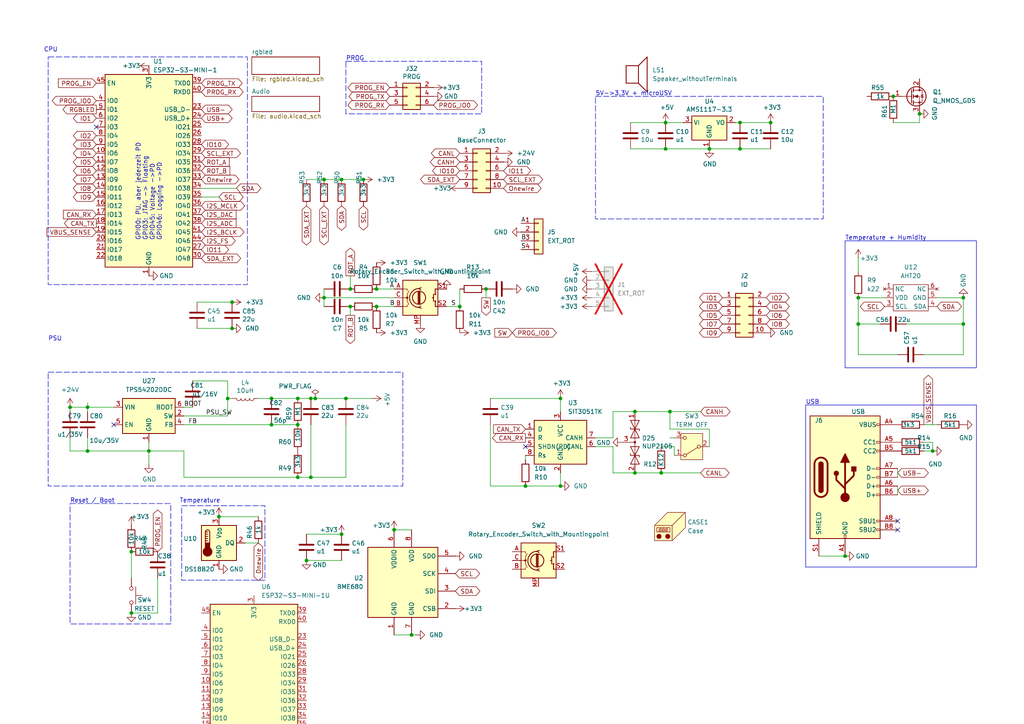
<source format=kicad_sch>
(kicad_sch (version 20250114) (generator "eeschema") (generator_version "9.0")
  (paper "A4")
  (rectangle (start 172.72 27.94) (end 238.76 63.5) (stroke (width 0) (type dash)))
  (rectangle (start 53.975 146.685) (end 53.975 146.685))
  (rectangle (start 13.97 16.51) (end 71.755 82.55) (stroke (width 0) (type dash)))
  (rectangle (start 20.32 146.05) (end 49.53 180.975) (stroke (width 0) (type dash)))
  (rectangle (start 52.705 146.685) (end 76.835 168.275) (stroke (width 0) (type dash)))
  (rectangle (start 13.97 107.95) (end 116.84 140.97) (stroke (width 0) (type dash)))
  (rectangle (start 245.11 69.85) (end 283.21 106.68))
  (rectangle (start 100.33 17.78) (end 139.7 33.02) (stroke (width 0) (type dash)))
  (text "Temperature" (at 52.07 146.05 0) (effects (font (size 1.27 1.27)) (justify left bottom)))
  (text "Reset / Boot" (at 20.32 146.05 0) (effects (font (size 1.27 1.27)) (justify left bottom)))
  (text "Temperature + Humidity" (at 245.11 69.85 0) (effects (font (size 1.27 1.27)) (justify left bottom)))
  (text "USB" (at 233.68 117.475 0) (effects (font (size 1.27 1.27)) (justify left bottom)))
  (text "5V->3,3V + microUSV" (at 172.72 27.94 0) (effects (font (size 1.27 1.27)) (justify left bottom)))
  (text "CPU" (at 12.7 15.24 0) (effects (font (size 1.27 1.27)) (justify left bottom)))
  (text "PSU" (at 83.82 -2.54 0) (effects (font (size 1.27 1.27)) (justify left bottom)))
  (text "PSU" (at 13.97 99.06 0) (effects (font (size 1.27 1.27)) (justify left bottom)))
  (text "GPIO0: PU, aber jederzeit PD\nGPIO3: JTAG -> Floating\nGPIO45: Voltage ->PD\nGPIO46: Logging ->PD" (at 46.99 69.85 90) (effects (font (size 1.27 1.27)) (justify left bottom)))
  (text "PROG" (at 100.33 17.78 0) (effects (font (size 1.27 1.27)) (justify left bottom)))
  (junction (at 38.1 160.02))
  (junction (at 214.63 43.18))
  (junction (at 100.33 115.57))
  (junction (at 91.44 115.57))
  (junction (at 214.63 35.56))
  (junction (at 78.74 115.57))
  (junction (at 109.22 88.9))
  (junction (at 109.22 83.82))
  (junction (at 25.4 118.11))
  (junction (at 93.98 86.36))
  (junction (at 67.31 95.25))
  (junction (at 248.92 93.98))
  (junction (at 133.35 88.9))
  (junction (at 25.4 130.81))
  (junction (at 86.36 123.19))
  (junction (at 38.1 177.8))
  (junction (at 248.92 86.36))
  (junction (at 245.11 161.29))
  (junction (at 101.6 83.82))
  (junction (at 99.06 154.94))
  (junction (at 99.06 52.07))
  (junction (at 140.97 83.82))
  (junction (at 119.38 184.15))
  (junction (at 67.31 87.63))
  (junction (at 162.56 140.97))
  (junction (at 193.04 35.56))
  (junction (at 88.9 162.56))
  (junction (at 194.31 119.38))
  (junction (at 184.15 119.38))
  (junction (at 259.08 27.94))
  (junction (at 78.74 123.19))
  (junction (at 20.32 118.11))
  (junction (at 279.4 86.36))
  (junction (at 66.04 115.57))
  (junction (at 93.98 52.07))
  (junction (at 162.56 115.57))
  (junction (at 105.41 52.07))
  (junction (at 184.15 137.16))
  (junction (at 101.6 88.9))
  (junction (at 152.4 140.97))
  (junction (at 63.5 149.86))
  (junction (at 43.18 130.81))
  (junction (at 279.4 93.98))
  (junction (at 114.3 153.67))
  (junction (at 86.36 138.43))
  (junction (at 266.7 33.02))
  (junction (at 193.04 43.18))
  (junction (at 191.77 137.16))
  (junction (at 90.17 115.57))
  (junction (at 270.51 130.81))
  (junction (at 205.74 43.18))
  (junction (at 86.36 115.57))
  (junction (at 223.52 35.56))
  (junction (at 90.17 138.43))
  (no_connect (at 260.35 153.67))
  (no_connect (at 27.94 36.83))
  (no_connect (at 260.35 151.13))
  (no_connect (at 152.4 129.54))
  (no_connect (at 33.02 123.19))
  (wire (pts (xy 114.3 153.67) (xy 119.38 153.67)))
  (wire (pts (xy 25.4 118.11) (xy 25.4 116.84)))
  (wire (pts (xy 262.89 93.98) (xy 279.4 93.98)))
  (wire (pts (xy 107.95 115.57) (xy 100.33 115.57)))
  (wire (pts (xy 194.31 127) (xy 195.58 127)))
  (wire (pts (xy 78.74 123.19) (xy 86.36 123.19)))
  (wire (pts (xy 205.74 129.54) (xy 205.74 124.46)))
  (wire (pts (xy 109.22 83.82) (xy 114.3 83.82)))
  (wire (pts (xy 90.17 123.19) (xy 90.17 138.43)))
  (wire (pts (xy 93.98 86.36) (xy 114.3 86.36)))
  (wire (pts (xy 100.33 123.19) (xy 100.33 138.43)))
  (wire (pts (xy 172.72 129.54) (xy 177.8 129.54)))
  (wire (pts (xy 142.24 123.19) (xy 142.24 140.97)))
  (wire (pts (xy 195.58 129.54) (xy 191.77 129.54)))
  (wire (pts (xy 142.24 140.97) (xy 152.4 140.97)))
  (polyline (pts (xy 283.21 164.465) (xy 233.68 164.465)))
  (wire (pts (xy 20.32 118.11) (xy 25.4 118.11)))
  (wire (pts (xy 184.15 119.38) (xy 194.31 119.38)))
  (wire (pts (xy 25.4 119.38) (xy 25.4 118.11)))
  (wire (pts (xy 259.08 35.56) (xy 266.7 35.56)))
  (polyline (pts (xy 283.21 117.475) (xy 283.21 164.465)))
  (wire (pts (xy 53.34 120.65) (xy 66.04 120.65)))
  (wire (pts (xy 58.42 54.61) (xy 68.58 54.61)))
  (wire (pts (xy 237.49 161.29) (xy 245.11 161.29)))
  (wire (pts (xy 86.36 138.43) (xy 53.34 138.43)))
  (wire (pts (xy 184.15 137.16) (xy 191.77 137.16)))
  (wire (pts (xy 57.15 95.25) (xy 67.31 95.25)))
  (wire (pts (xy 88.9 52.07) (xy 93.98 52.07)))
  (wire (pts (xy 20.32 119.38) (xy 20.32 118.11)))
  (wire (pts (xy 279.4 93.98) (xy 279.4 102.87)))
  (wire (pts (xy 25.4 127) (xy 25.4 130.81)))
  (wire (pts (xy 193.04 43.18) (xy 205.74 43.18)))
  (wire (pts (xy 172.72 127) (xy 177.8 127)))
  (wire (pts (xy 177.8 119.38) (xy 177.8 127)))
  (wire (pts (xy 101.6 80.01) (xy 101.6 83.82)))
  (wire (pts (xy 267.97 102.87) (xy 279.4 102.87)))
  (wire (pts (xy 248.92 74.93) (xy 248.92 78.74)))
  (wire (pts (xy 58.42 57.15) (xy 63.5 57.15)))
  (wire (pts (xy 55.88 118.11) (xy 53.34 118.11)))
  (wire (pts (xy 140.97 83.82) (xy 140.97 86.36)))
  (wire (pts (xy 45.72 177.8) (xy 45.72 167.64)))
  (wire (pts (xy 114.3 184.15) (xy 119.38 184.15)))
  (wire (pts (xy 191.77 137.16) (xy 203.2 137.16)))
  (wire (pts (xy 66.04 110.49) (xy 66.04 115.57)))
  (wire (pts (xy 78.74 115.57) (xy 86.36 115.57)))
  (wire (pts (xy 93.98 86.36) (xy 93.98 88.9)))
  (wire (pts (xy 270.51 128.27) (xy 270.51 130.81)))
  (wire (pts (xy 142.24 115.57) (xy 162.56 115.57)))
  (wire (pts (xy 91.44 115.57) (xy 100.33 115.57)))
  (wire (pts (xy 194.31 119.38) (xy 203.2 119.38)))
  (wire (pts (xy 20.32 130.81) (xy 25.4 130.81)))
  (wire (pts (xy 195.58 132.08) (xy 195.58 129.54)))
  (polyline (pts (xy 233.68 117.475) (xy 283.21 117.475)))
  (wire (pts (xy 101.6 88.9) (xy 101.6 91.44)))
  (wire (pts (xy 198.12 35.56) (xy 193.04 35.56)))
  (wire (pts (xy 182.88 43.18) (xy 193.04 43.18)))
  (wire (pts (xy 177.8 137.16) (xy 184.15 137.16)))
  (wire (pts (xy 133.35 83.82) (xy 133.35 88.9)))
  (wire (pts (xy 93.98 83.82) (xy 93.98 86.36)))
  (wire (pts (xy 71.12 157.48) (xy 74.93 157.48)))
  (wire (pts (xy 66.04 115.57) (xy 66.04 120.65)))
  (wire (pts (xy 279.4 86.36) (xy 279.4 93.98)))
  (wire (pts (xy 271.78 86.36) (xy 279.4 86.36)))
  (wire (pts (xy 184.15 119.38) (xy 177.8 119.38)))
  (wire (pts (xy 214.63 43.18) (xy 223.52 43.18)))
  (wire (pts (xy 53.34 138.43) (xy 53.34 130.81)))
  (wire (pts (xy 270.51 130.81) (xy 267.97 130.81)))
  (wire (pts (xy 177.8 129.54) (xy 177.8 137.16)))
  (wire (pts (xy 194.31 124.46) (xy 194.31 119.38)))
  (wire (pts (xy 74.93 115.57) (xy 78.74 115.57)))
  (wire (pts (xy 86.36 115.57) (xy 90.17 115.57)))
  (wire (pts (xy 205.74 43.18) (xy 214.63 43.18)))
  (wire (pts (xy 248.92 93.98) (xy 248.92 102.87)))
  (wire (pts (xy 267.97 123.19) (xy 271.78 123.19)))
  (wire (pts (xy 88.9 162.56) (xy 99.06 162.56)))
  (wire (pts (xy 267.97 128.27) (xy 270.51 128.27)))
  (wire (pts (xy 93.98 52.07) (xy 99.06 52.07)))
  (wire (pts (xy 266.7 35.56) (xy 266.7 33.02)))
  (wire (pts (xy 162.56 115.57) (xy 162.56 119.38)))
  (wire (pts (xy 90.17 115.57) (xy 91.44 115.57)))
  (wire (pts (xy 109.22 88.9) (xy 114.3 88.9)))
  (wire (pts (xy 152.4 140.97) (xy 162.56 140.97)))
  (wire (pts (xy 260.35 135.89) (xy 260.35 138.43)))
  (wire (pts (xy 25.4 130.81) (xy 43.18 130.81)))
  (wire (pts (xy 67.31 115.57) (xy 66.04 115.57)))
  (wire (pts (xy 100.33 138.43) (xy 90.17 138.43)))
  (wire (pts (xy 129.54 88.9) (xy 133.35 88.9)))
  (wire (pts (xy 53.34 130.81) (xy 43.18 130.81)))
  (wire (pts (xy 213.36 35.56) (xy 214.63 35.56)))
  (wire (pts (xy 20.32 127) (xy 20.32 130.81)))
  (wire (pts (xy 248.92 86.36) (xy 248.92 93.98)))
  (polyline (pts (xy 233.68 117.475) (xy 233.68 164.465)))
  (wire (pts (xy 119.38 184.15) (xy 120.65 184.15)))
  (wire (pts (xy 88.9 154.94) (xy 99.06 154.94)))
  (wire (pts (xy 182.88 35.56) (xy 193.04 35.56)))
  (wire (pts (xy 248.92 102.87) (xy 260.35 102.87)))
  (wire (pts (xy 205.74 124.46) (xy 194.31 124.46)))
  (wire (pts (xy 152.4 132.08) (xy 152.4 133.35)))
  (wire (pts (xy 99.06 52.07) (xy 105.41 52.07)))
  (wire (pts (xy 214.63 35.56) (xy 223.52 35.56)))
  (wire (pts (xy 25.4 118.11) (xy 33.02 118.11)))
  (wire (pts (xy 43.18 130.81) (xy 43.18 134.62)))
  (wire (pts (xy 38.1 160.02) (xy 38.1 167.64)))
  (wire (pts (xy 38.1 177.8) (xy 45.72 177.8)))
  (wire (pts (xy 86.36 138.43) (xy 90.17 138.43)))
  (wire (pts (xy 53.34 123.19) (xy 78.74 123.19)))
  (wire (pts (xy 162.56 140.97) (xy 162.56 137.16)))
  (wire (pts (xy 63.5 149.86) (xy 74.93 149.86)))
  (wire (pts (xy 55.88 110.49) (xy 66.04 110.49)))
  (wire (pts (xy 256.54 86.36) (xy 248.92 86.36)))
  (wire (pts (xy 248.92 93.98) (xy 255.27 93.98)))
  (wire (pts (xy 260.35 140.97) (xy 260.35 143.51)))
  (wire (pts (xy 43.18 130.81) (xy 43.18 128.27)))
  (wire (pts (xy 57.15 87.63) (xy 67.31 87.63)))
  (label "S" (at 130.81 88.9 0))
  (label "A" (at 113.03 83.82 0))
  (label "B" (at 113.03 88.9 0))
  (label "A" (at 151.13 64.77 0))
  (label "B" (at 151.13 69.85 0))
  (label "FB" (at 54.61 123.19 0))
  (label "S" (at 151.13 72.39 0))
  (label "PSU_SW" (at 59.69 120.65 0))
  (label "BOOT" (at 53.34 118.11 0))
  (global_label "PROG_IO0" (shape bidirectional) (at 27.94 29.21 180) (property "Intersheetrefs" "${INTERSHEET_REFS}" (effects (hide yes))))
  (global_label "SDA_EXT" (shape bidirectional) (at 88.9 59.69 270) (property "Intersheetrefs" "${INTERSHEET_REFS}" (effects (hide yes))))
  (global_label "SCL" (shape bidirectional) (at 105.41 59.69 270) (property "Intersheetrefs" "${INTERSHEET_REFS}" (effects (hide yes))))
  (global_label "Onewire" (shape bidirectional) (at 146.05 54.61 0) (property "Intersheetrefs" "${INTERSHEET_REFS}" (effects (hide yes))))
  (global_label "IO9" (shape bidirectional) (at 209.55 96.52 180) (property "Intersheetrefs" "${INTERSHEET_REFS}" (effects (hide yes))))
  (global_label "IO7" (shape bidirectional) (at 27.94 52.07 180) (property "Intersheetrefs" "${INTERSHEET_REFS}" (effects (hide yes))))
  (global_label "PROG_EN" (shape bidirectional) (at 45.72 160.02 90) (property "Intersheetrefs" "${INTERSHEET_REFS}" (effects (hide yes))))
  (global_label "SW" (shape output) (at 140.97 86.36 270) (property "Intersheetrefs" "${INTERSHEET_REFS}" (effects (hide yes))))
  (global_label "CAN_RX" (shape output) (at 152.4 127 180) (property "Intersheetrefs" "${INTERSHEET_REFS}" (effects (hide yes))))
  (global_label "USB+" (shape bidirectional) (at 260.35 142.24 0) (property "Intersheetrefs" "${INTERSHEET_REFS}" (effects (hide yes))))
  (global_label "PROG_IO0" (shape bidirectional) (at 148.59 96.52 0) (property "Intersheetrefs" "${INTERSHEET_REFS}" (effects (hide yes))))
  (global_label "IO1" (shape bidirectional) (at 27.94 34.29 180) (property "Intersheetrefs" "${INTERSHEET_REFS}" (effects (hide yes))))
  (global_label "IO11" (shape bidirectional) (at 58.42 72.39 0) (property "Intersheetrefs" "${INTERSHEET_REFS}" (effects (hide yes))))
  (global_label "IO5" (shape bidirectional) (at 209.55 91.44 180) (property "Intersheetrefs" "${INTERSHEET_REFS}" (effects (hide yes))))
  (global_label "ROT_A" (shape output) (at 101.6 80.01 90) (property "Intersheetrefs" "${INTERSHEET_REFS}" (effects (hide yes))))
  (global_label "IO10" (shape bidirectional) (at 58.42 41.91 0) (property "Intersheetrefs" "${INTERSHEET_REFS}" (effects (hide yes))))
  (global_label "SW" (shape input) (at 148.59 96.52 180) (property "Intersheetrefs" "${INTERSHEET_REFS}" (effects (hide yes))))
  (global_label "CAN_TX" (shape output) (at 27.94 64.77 180) (property "Intersheetrefs" "${INTERSHEET_REFS}" (effects (hide yes))))
  (global_label "CAN_TX" (shape input) (at 152.4 124.46 180) (property "Intersheetrefs" "${INTERSHEET_REFS}" (effects (hide yes))))
  (global_label "PROG_TX" (shape bidirectional) (at 113.03 27.94 180) (property "Intersheetrefs" "${INTERSHEET_REFS}" (effects (hide yes))))
  (global_label "CANL" (shape bidirectional) (at 133.35 44.45 180) (property "Intersheetrefs" "${INTERSHEET_REFS}" (effects (hide yes))))
  (global_label "I2S_BCLK" (shape bidirectional) (at 58.42 67.31 0) (property "Intersheetrefs" "${INTERSHEET_REFS}" (effects (hide yes))))
  (global_label "IO3" (shape bidirectional) (at 27.94 41.91 180) (property "Intersheetrefs" "${INTERSHEET_REFS}" (effects (hide yes))))
  (global_label "SCL" (shape bidirectional) (at 63.5 57.15 0) (property "Intersheetrefs" "${INTERSHEET_REFS}" (effects (hide yes))))
  (global_label "PROG_RX" (shape bidirectional) (at 58.42 26.67 0) (property "Intersheetrefs" "${INTERSHEET_REFS}" (effects (hide yes))))
  (global_label "CANL" (shape bidirectional) (at 203.2 137.16 0) (property "Intersheetrefs" "${INTERSHEET_REFS}" (effects (hide yes))))
  (global_label "IO2" (shape bidirectional) (at 222.25 86.36 0) (property "Intersheetrefs" "${INTERSHEET_REFS}" (effects (hide yes))))
  (global_label "USB+" (shape bidirectional) (at 58.42 34.29 0) (property "Intersheetrefs" "${INTERSHEET_REFS}" (effects (hide yes))))
  (global_label "ROT_B" (shape input) (at 58.42 49.53 0) (property "Intersheetrefs" "${INTERSHEET_REFS}" (effects (hide yes))))
  (global_label "SDA_EXT" (shape bidirectional) (at 58.42 74.93 0) (property "Intersheetrefs" "${INTERSHEET_REFS}" (effects (hide yes))))
  (global_label "IO10" (shape bidirectional) (at 133.35 49.53 180) (property "Intersheetrefs" "${INTERSHEET_REFS}" (effects (hide yes))))
  (global_label "I2S_MCLK" (shape bidirectional) (at 58.42 59.69 0) (property "Intersheetrefs" "${INTERSHEET_REFS}" (effects (hide yes))))
  (global_label "SCL_EXT" (shape bidirectional) (at 146.05 52.07 0) (property "Intersheetrefs" "${INTERSHEET_REFS}" (effects (hide yes))))
  (global_label "CANH" (shape bidirectional) (at 133.35 46.99 180) (property "Intersheetrefs" "${INTERSHEET_REFS}" (effects (hide yes))))
  (global_label "ROT_B" (shape output) (at 101.6 91.44 270) (property "Intersheetrefs" "${INTERSHEET_REFS}" (effects (hide yes))))
  (global_label "USB-" (shape bidirectional) (at 260.35 137.16 0) (property "Intersheetrefs" "${INTERSHEET_REFS}" (effects (hide yes))))
  (global_label "PROG_IO0" (shape bidirectional) (at 125.73 30.48 0) (property "Intersheetrefs" "${INTERSHEET_REFS}" (effects (hide yes))))
  (global_label "IO8" (shape bidirectional) (at 222.25 93.98 0) (property "Intersheetrefs" "${INTERSHEET_REFS}" (effects (hide yes))))
  (global_label "IO6" (shape bidirectional) (at 27.94 49.53 180) (property "Intersheetrefs" "${INTERSHEET_REFS}" (effects (hide yes))))
  (global_label "VBUS_SENSE" (shape input) (at 27.94 67.31 180) (property "Intersheetrefs" "${INTERSHEET_REFS}" (effects (hide yes))))
  (global_label "SDA" (shape bidirectional) (at 132.08 171.45 0) (property "Intersheetrefs" "${INTERSHEET_REFS}" (effects (hide yes))))
  (global_label "SCL" (shape bidirectional) (at 132.08 166.37 0) (property "Intersheetrefs" "${INTERSHEET_REFS}" (effects (hide yes))))
  (global_label "SCL_EXT" (shape bidirectional) (at 58.42 44.45 0) (property "Intersheetrefs" "${INTERSHEET_REFS}" (effects (hide yes))))
  (global_label "CANH" (shape bidirectional) (at 203.2 119.38 0) (property "Intersheetrefs" "${INTERSHEET_REFS}" (effects (hide yes))))
  (global_label "IO2" (shape bidirectional) (at 27.94 39.37 180) (property "Intersheetrefs" "${INTERSHEET_REFS}" (effects (hide yes))))
  (global_label "CAN_RX" (shape input) (at 27.94 62.23 180) (property "Intersheetrefs" "${INTERSHEET_REFS}" (effects (hide yes))))
  (global_label "I2S_ADC" (shape input) (at 58.42 64.77 0) (property "Intersheetrefs" "${INTERSHEET_REFS}" (effects (hide yes))))
  (global_label "SDA" (shape bidirectional) (at 271.78 88.9 0) (property "Intersheetrefs" "${INTERSHEET_REFS}" (effects (hide yes))))
  (global_label "SCL_EXT" (shape bidirectional) (at 93.98 59.69 270) (property "Intersheetrefs" "${INTERSHEET_REFS}" (effects (hide yes))))
  (global_label "Onewire" (shape bidirectional) (at 74.93 157.48 270) (property "Intersheetrefs" "${INTERSHEET_REFS}" (effects (hide yes))))
  (global_label "VBUS_SENSE" (shape output) (at 269.24 123.19 90) (property "Intersheetrefs" "${INTERSHEET_REFS}" (effects (hide yes))))
  (global_label "SDA_EXT" (shape bidirectional) (at 133.35 52.07 180) (property "Intersheetrefs" "${INTERSHEET_REFS}" (effects (hide yes))))
  (global_label "IO8" (shape bidirectional) (at 27.94 54.61 180) (property "Intersheetrefs" "${INTERSHEET_REFS}" (effects (hide yes))))
  (global_label "PROG_RX" (shape bidirectional) (at 113.03 30.48 180) (property "Intersheetrefs" "${INTERSHEET_REFS}" (effects (hide yes))))
  (global_label "IO4" (shape bidirectional) (at 27.94 44.45 180) (property "Intersheetrefs" "${INTERSHEET_REFS}" (effects (hide yes))))
  (global_label "IO3" (shape bidirectional) (at 209.55 88.9 180) (property "Intersheetrefs" "${INTERSHEET_REFS}" (effects (hide yes))))
  (global_label "PROG_EN" (shape bidirectional) (at 113.03 25.4 180) (property "Intersheetrefs" "${INTERSHEET_REFS}" (effects (hide yes))))
  (global_label "PROG_TX" (shape bidirectional) (at 58.42 24.13 0) (property "Intersheetrefs" "${INTERSHEET_REFS}" (effects (hide yes))))
  (global_label "RGBLED" (shape output) (at 27.94 31.75 180) (property "Intersheetrefs" "${INTERSHEET_REFS}" (effects (hide yes))))
  (global_label "PROG_EN" (shape input) (at 27.94 24.13 180) (property "Intersheetrefs" "${INTERSHEET_REFS}" (effects (hide yes))))
  (global_label "I2S_DAC" (shape input) (at 58.42 62.23 0) (property "Intersheetrefs" "${INTERSHEET_REFS}" (effects (hide yes))))
  (global_label "USB-" (shape bidirectional) (at 58.42 31.75 0) (property "Intersheetrefs" "${INTERSHEET_REFS}" (effects (hide yes))))
  (global_label "IO5" (shape bidirectional) (at 27.94 46.99 180) (property "Intersheetrefs" "${INTERSHEET_REFS}" (effects (hide yes))))
  (global_label "SDA" (shape bidirectional) (at 99.06 59.69 270) (property "Intersheetrefs" "${INTERSHEET_REFS}" (effects (hide yes))))
  (global_label "IO11" (shape bidirectional) (at 146.05 49.53 0) (property "Intersheetrefs" "${INTERSHEET_REFS}" (effects (hide yes))))
  (global_label "IO4" (shape bidirectional) (at 222.25 88.9 0) (property "Intersheetrefs" "${INTERSHEET_REFS}" (effects (hide yes))))
  (global_label "SCL" (shape bidirectional) (at 256.54 88.9 180) (property "Intersheetrefs" "${INTERSHEET_REFS}" (effects (hide yes))))
  (global_label "IO9" (shape bidirectional) (at 27.94 57.15 180) (property "Intersheetrefs" "${INTERSHEET_REFS}" (effects (hide yes))))
  (global_label "ROT_A" (shape input) (at 58.42 46.99 0) (property "Intersheetrefs" "${INTERSHEET_REFS}" (effects (hide yes))))
  (global_label "IO6" (shape bidirectional) (at 222.25 91.44 0) (property "Intersheetrefs" "${INTERSHEET_REFS}" (effects (hide yes))))
  (global_label "Onewire" (shape bidirectional) (at 58.42 52.07 0) (property "Intersheetrefs" "${INTERSHEET_REFS}" (effects (hide yes))))
  (global_label "IO1" (shape bidirectional) (at 209.55 86.36 180) (property "Intersheetrefs" "${INTERSHEET_REFS}" (effects (hide yes))))
  (global_label "SDA" (shape bidirectional) (at 68.58 54.61 0) (property "Intersheetrefs" "${INTERSHEET_REFS}" (effects (hide yes))))
  (global_label "IO7" (shape bidirectional) (at 209.55 93.98 180) (property "Intersheetrefs" "${INTERSHEET_REFS}" (effects (hide yes))))
  (global_label "I2S_FS" (shape bidirectional) (at 58.42 69.85 0) (property "Intersheetrefs" "${INTERSHEET_REFS}" (effects (hide yes))))
  (symbol (lib_id "power:+3V3") (at 223.52 35.56 0) (unit 1)
    (property "Reference" "#PWR014" (effects (hide yes)))
    (property "Value" "+3V3" (at 223.901 31.1658 0))
    (property "Description" "Power symbol creates a global label with name \"+3V3\"" (effects (hide yes)))
  )
  (symbol (lib_id "power:GND") (at 205.74 43.18 0) (unit 1)
    (property "Reference" "#PWR013" (effects (hide yes)))
    (property "Value" "GND" (at 205.867 47.5742 0))
    (property "Description" "Power symbol creates a global label with name \"GND\" , ground" (effects (hide yes)))
  )
  (symbol (lib_id "power:+5V") (at 193.04 35.56 0) (unit 1)
    (property "Reference" "#PWR012" (effects (hide yes)))
    (property "Value" "+5V" (at 193.421 31.1658 0))
    (property "Description" "Power symbol creates a global label with name \"+5V\"" (effects (hide yes)))
  )
  (symbol (lib_id "Regulator_Linear:AMS1117-3.3") (at 205.74 35.56 0) (unit 1)
    (property "Reference" "U4" (at 205.74 29.4132 0))
    (property "Value" "AMS1117-3.3" (at 205.74 31.7246 0))
    (property "Footprint" "Package_TO_SOT_SMD:SOT-223-3_TabPin2" (effects (hide yes)))
    (property "Datasheet" "http://www.advanced-monolithic.com/pdf/ds1117.pdf" (effects (hide yes)))
    (property "Description" "1A Low Dropout regulator, positive, 3.3V fixed output, SOT-223" (effects (hide yes)))
  )
  (symbol (lib_id "Switch:SW_Push") (at 38.1 172.72 270) (unit 1)
    (property "Reference" "SW4" (at 41.91 173.99 90))
    (property "Value" "RESET" (at 41.91 176.53 90))
    (property "Footprint" "liebler_MECH:SW_SPST_TL3342_smaller_handsolder" (effects (hide yes)))
  )
  (symbol (lib_id "power:+5V") (at 107.95 115.57 270) (unit 1)
    (property "Reference" "#PWR021" (effects (hide yes)))
    (property "Value" "+5V" (at 112.3442 115.951 0))
    (property "Description" "Power symbol creates a global label with name \"+5V\"" (effects (hide yes)))
  )
  (symbol (lib_id "Device:R") (at 105.41 83.82 90) (unit 1)
    (property "Reference" "R4" (at 105.41 77.47 90))
    (property "Value" "10k" (at 105.41 80.01 90))
    (property "Footprint" "Resistor_SMD:R_0201_0603Metric" (effects (hide yes)))
    (property "Description" "Resistor" (effects (hide yes)))
  )
  (symbol (lib_id "power:+5V") (at 171.45 78.74 90) (unit 1)
    (property "Reference" "#PWR037" (effects (hide yes)))
    (property "Value" "+5V" (at 167.0558 78.359 0))
    (property "Description" "Power symbol creates a global label with name \"+5V\"" (effects (hide yes)))
  )
  (symbol (lib_id "power:+3V3") (at 171.45 88.9 90) (unit 1)
    (property "Reference" "#PWR039" (effects (hide yes)))
    (property "Value" "+3V3" (at 167.64 88.8999 90) (effects (justify left)))
    (property "Description" "Power symbol creates a global label with name \"+3V3\"" (effects (hide yes)))
  )
  (symbol (lib_id "Device:C") (at 193.04 39.37 0) (unit 1)
    (property "Reference" "C10" (at 195.961 38.2016 0) (effects (justify left)))
    (property "Value" "u1" (at 195.961 40.513 0) (effects (justify left)))
    (property "Footprint" "Capacitor_SMD:C_0201_0603Metric" (effects (hide yes)))
  )
  (symbol (lib_id "power:+24V") (at 146.05 44.45 270) (unit 1)
    (property "Reference" "#PWR04" (effects (hide yes)))
    (property "Value" "+24V" (at 149.86 44.4499 90) (effects (justify left)))
    (property "Description" "Power symbol creates a global label with name \"+24V\"" (effects (hide yes)))
  )
  (symbol (lib_id "power:GND") (at 43.18 80.01 90) (unit 1)
    (property "Reference" "#PWR03" (effects (hide yes)))
    (property "Value" "GND" (at 48.26 80.01 90))
    (property "Description" "Power symbol creates a global label with name \"GND\" , ground" (effects (hide yes)))
  )
  (symbol (lib_id "Transistor_FET:Q_NMOS_GDS") (at 264.16 27.94 0) (unit 1)
    (property "Reference" "Q1" (at 270.51 26.6699 0) (effects (justify left)))
    (property "Value" "Q_NMOS_GDS" (at 270.51 29.2099 0) (effects (justify left)))
    (property "Footprint" "Package_TO_SOT_SMD:SOT-23-3" (effects (hide yes)))
    (property "Description" "N-MOSFET transistor, gate/drain/source" (effects (hide yes)))
  )
  (symbol (lib_id "Connector_Generic:Conn_02x05_Odd_Even") (at 214.63 91.44 0) (unit 1)
    (property "Reference" "J2" (at 215.9 80.01 0))
    (property "Value" "IO" (at 215.9 82.55 0))
    (property "Footprint" "Connector_PinHeader_2.54mm:PinHeader_2x05_P2.54mm_Vertical" (effects (hide yes)))
    (property "Description" "Generic connector, double row, 02x05, odd/even pin numbering scheme (row 1 odd numbers, row 2 even numbers), script generated (kicad-library-utils/schlib/autogen/connector/)" (effects (hide yes)))
  )
  (symbol (lib_id "power:GND") (at 162.56 140.97 90) (unit 1)
    (property "Reference" "#PWR022" (effects (hide yes)))
    (property "Value" "GND" (at 166.37 140.9699 90) (effects (justify right)))
    (property "Description" "Power symbol creates a global label with name \"GND\" , ground" (effects (hide yes)))
  )
  (symbol (lib_id "power:GND") (at 120.65 184.15 90) (unit 1)
    (property "Reference" "#PWR028" (effects (hide yes)))
    (property "Value" "GND" (at 124.46 184.1499 90) (effects (justify right)))
    (property "Description" "Power symbol creates a global label with name \"GND\" , ground" (effects (hide yes)))
  )
  (symbol (lib_id "Sensor_Temperature:DS18B20") (at 63.5 157.48 0) (unit 1)
    (property "Reference" "U10" (at 57.15 156.21 0) (effects (justify right)))
    (property "Value" "DS18B20" (at 62.23 165.1 0) (effects (justify right)))
    (property "Footprint" "Package_TO_SOT_THT:TO-92L_HandSolder" (effects (hide yes)))
    (property "Datasheet" "http://datasheets.maximintegrated.com/en/ds/DS18B20.pdf" (effects (hide yes)))
    (property "Description" "Programmable Resolution 1-Wire Digital Thermometer TO-92" (effects (hide yes)))
  )
  (symbol (lib_id "power:+3V3") (at 63.5 149.86 0) (unit 1)
    (property "Reference" "#PWR082" (effects (hide yes)))
    (property "Value" "+3V3" (at 57.15 148.59 0) (effects (justify left)))
    (property "Description" "Power symbol creates a global label with name \"+3V3\"" (effects (hide yes)))
  )
  (symbol (lib_id "power:+3V3") (at 114.3 153.67 0) (unit 1)
    (property "Reference" "#PWR086" (effects (hide yes)))
    (property "Value" "+3V3" (at 107.95 152.4 0) (effects (justify left)))
    (property "Description" "Power symbol creates a global label with name \"+3V3\"" (effects (hide yes)))
  )
  (symbol (lib_id "Device:C") (at 264.16 102.87 270) (unit 1)
    (property "Reference" "C57" (at 262.9916 99.949 0) (effects (justify right)))
    (property "Value" "u1" (at 265.303 99.949 0) (effects (justify right)))
    (property "Footprint" "Capacitor_SMD:C_0201_0603Metric" (effects (hide yes)))
    (property "Option" "MS4525DO" (effects (hide yes)))
    (property "MPN" "GRM033R61A104KE15D" (effects (hide yes)))
    (property "Manufacturer" "Murata Electronics" (effects (hide yes)))
  )
  (symbol (lib_id "power:GND") (at 180.34 128.27 270) (unit 1)
    (property "Reference" "#PWR097" (effects (hide yes)))
    (property "Value" "GND" (at 177.0888 128.397 90) (effects (justify right)))
    (property "Description" "Power symbol creates a global label with name \"GND\" , ground" (effects (hide yes)))
  )
  (symbol (lib_id "power:+3V3") (at 133.35 96.52 270) (unit 1)
    (property "Reference" "#PWR024" (effects (hide yes)))
    (property "Value" "+3V3" (at 137.16 96.5199 90) (effects (justify left)))
    (property "Description" "Power symbol creates a global label with name \"+3V3\"" (effects (hide yes)))
  )
  (symbol (lib_id "power:+3V3") (at 132.08 176.53 270) (unit 1)
    (property "Reference" "#PWR087" (effects (hide yes)))
    (property "Value" "+3V3" (at 134.62 176.53 90) (effects (justify left)))
    (property "Description" "Power symbol creates a global label with name \"+3V3\"" (effects (hide yes)))
  )
  (symbol (lib_id "Device:R") (at 264.16 128.27 90) (unit 1)
    (property "Reference" "R14" (at 267.97 127 90))
    (property "Value" "5k1" (at 264.16 128.27 90))
    (property "Footprint" "Resistor_SMD:R_0402_1005Metric" (effects (hide yes)))
  )
  (symbol (lib_id "power:GND") (at 129.54 83.82 180) (unit 1)
    (property "Reference" "#PWR031" (effects (hide yes)))
    (property "Value" "GND" (at 129.54 78.74 0))
    (property "Description" "Power symbol creates a global label with name \"GND\" , ground" (effects (hide yes)))
  )
  (symbol (lib_id "power:+3V3") (at 133.35 54.61 90) (unit 1)
    (property "Reference" "#PWR050" (effects (hide yes)))
    (property "Value" "+3V3" (at 128.27 54.61 90))
  )
  (symbol (lib_id "Device:R") (at 93.98 55.88 180) (unit 1)
    (property "Reference" "R52" (at 92.71 49.53 90) (effects (justify left)))
    (property "Value" "3k3" (at 93.98 53.34 90) (effects (justify left)))
    (property "Footprint" "Resistor_SMD:R_0402_1005Metric" (effects (hide yes)))
    (property "MPN" "0402WGF3301TCE" (effects (hide yes)))
    (property "Manufacturer" "UNI-ROYAL(Uniroyal Elec)" (effects (hide yes)))
  )
  (symbol (lib_id "power:GND") (at 88.9 162.56 0) (unit 1)
    (property "Reference" "#PWR089" (effects (hide yes)))
    (property "Value" "GND" (at 92.71 163.83 0))
    (property "Description" "Power symbol creates a global label with name \"GND\" , ground" (effects (hide yes)))
  )
  (symbol (lib_id "Device:C") (at 67.31 91.44 0) (unit 1)
    (property "Reference" "C85" (at 70.231 90.2716 0) (effects (justify left)))
    (property "Value" "22u" (at 70.231 92.583 0) (effects (justify left)))
    (property "Footprint" "Capacitor_SMD:C_0603_1608Metric" (effects (hide yes)))
    (property "MPN" "CL10A226MP8NUNE" (effects (hide yes)))
    (property "Manufacturer" "Samsung Electro-Mechanics" (effects (hide yes)))
  )
  (symbol (lib_id "Device:RotaryEncoder_Switch_MP") (at 121.92 86.36 0) (unit 1)
    (property "Reference" "SW1" (at 121.92 76.2 0))
    (property "Value" "Rotary_Encoder_Switch_with_Mountingpoint" (at 121.92 78.74 0))
    (property "Footprint" "liebler_MECH:RotaryEncoder_Alps_EC11E-Switch_Vertical_H20mm" (effects (hide yes)))
    (property "Description" "Rotary encoder, dual channel, incremental quadrate outputs, with switch and MP Pin" (effects (hide yes)))
  )
  (symbol (lib_id "Regulator_Switching:TPS54202DDC") (at 43.18 120.65 0) (unit 1)
    (property "Reference" "U27" (at 43.18 110.49 0))
    (property "Value" "TPS54202DDC" (at 43.18 113.03 0))
    (property "Footprint" "Package_TO_SOT_SMD:SOT-23-6_Handsoldering" (effects (hide yes)))
    (property "Datasheet" "http://www.ti.com/lit/ds/symlink/tps54202.pdf" (effects (hide yes)))
    (property "MPN" "TPS54202DDCR" (effects (hide yes)))
    (property "Manufacturer" "Texas Instruments" (effects (hide yes)))
  )
  (symbol (lib_id "power:GND") (at 171.45 81.28 270) (unit 1)
    (property "Reference" "#PWR038" (effects (hide yes)))
    (property "Value" "GND" (at 167.64 81.2799 90) (effects (justify right)))
    (property "Description" "Power symbol creates a global label with name \"GND\" , ground" (effects (hide yes)))
  )
  (symbol (lib_id "Device:C") (at 100.33 119.38 0) (unit 1)
    (property "Reference" "C84" (at 103.251 118.2116 0) (effects (justify left)))
    (property "Value" "22u" (at 103.251 120.523 0) (effects (justify left)))
    (property "Footprint" "Capacitor_SMD:C_0603_1608Metric" (effects (hide yes)))
    (property "MPN" "CL10A226MP8NUNE" (effects (hide yes)))
    (property "Manufacturer" "Samsung Electro-Mechanics" (effects (hide yes)))
  )
  (symbol (lib_id "power:+3V3") (at 38.1 152.4 0) (unit 1)
    (property "Reference" "#PWR084" (effects (hide yes)))
    (property "Value" "+3V3" (at 40.64 149.86 0))
    (property "Description" "Power symbol creates a global label with name \"+3V3\"" (effects (hide yes)))
  )
  (symbol (lib_id "power:GND") (at 121.92 93.98 0) (unit 1)
    (property "Reference" "#PWR09" (effects (hide yes)))
    (property "Value" "GND" (at 121.92 99.06 0))
    (property "Description" "Power symbol creates a global label with name \"GND\" , ground" (effects (hide yes)))
  )
  (symbol (lib_id "Device:R") (at 275.59 123.19 90) (unit 1)
    (property "Reference" "R16" (at 275.59 120.65 90))
    (property "Value" "5k1" (at 275.59 123.19 90))
    (property "Footprint" "Resistor_SMD:R_0402_1005Metric" (effects (hide yes)))
  )
  (symbol (lib_id "Device:C") (at 144.78 83.82 90) (mirror x) (unit 1)
    (property "Reference" "C42" (at 144.78 90.17 90))
    (property "Value" "10n" (at 144.78 87.63 90))
    (property "Footprint" "Capacitor_SMD:C_0201_0603Metric" (effects (hide yes)))
    (property "Description" "Unpolarized capacitor" (effects (hide yes)))
  )
  (symbol (lib_id "Device:C") (at 88.9 158.75 0) (unit 1)
    (property "Reference" "C47" (at 91.821 157.5816 0) (effects (justify left)))
    (property "Value" "u1" (at 91.821 159.893 0) (effects (justify left)))
    (property "Footprint" "Capacitor_SMD:C_0201_0603Metric" (effects (hide yes)))
  )
  (symbol (lib_id "Device:R") (at 86.36 134.62 180) (unit 1)
    (property "Reference" "R49" (at 84.582 135.7884 0) (effects (justify left)))
    (property "Value" "3k3" (at 86.36 132.08 90) (effects (justify left)))
    (property "Footprint" "Resistor_SMD:R_0402_1005Metric" (effects (hide yes)))
    (property "MPN" "0402WGF3301TCE" (effects (hide yes)))
    (property "Manufacturer" "UNI-ROYAL(Uniroyal Elec)" (effects (hide yes)))
  )
  (symbol (lib_id "power:GND") (at 43.18 134.62 0) (unit 1)
    (property "Reference" "#PWR0179" (effects (hide yes)))
    (property "Value" "GND" (at 43.307 139.0142 0))
    (property "Description" "Power symbol creates a global label with name \"GND\" , ground" (effects (hide yes)))
  )
  (symbol (lib_id "Device:R") (at 133.35 92.71 0) (mirror x) (unit 1)
    (property "Reference" "R11" (at 135.89 93.9801 0) (effects (justify left)))
    (property "Value" "10k" (at 135.89 91.4401 0) (effects (justify left)))
    (property "Footprint" "Resistor_SMD:R_0201_0603Metric" (effects (hide yes)))
    (property "Description" "Resistor" (effects (hide yes)))
  )
  (symbol (lib_id "Device:R") (at 86.36 127 180) (unit 1)
    (property "Reference" "R60" (at 84.582 128.1684 0) (effects (justify left)))
    (property "Value" "10k" (at 86.36 124.46 90) (effects (justify left)))
    (property "Footprint" "Resistor_SMD:R_0201_0603Metric" (effects (hide yes)))
    (property "MPN" "0201WMF1002TEE" (effects (hide yes)))
    (property "Manufacturer" "UNI-ROYAL(Uniroyal Elec)" (effects (hide yes)))
  )
  (symbol (lib_id "Device:R") (at 86.36 119.38 0) (unit 1)
    (property "Reference" "R59" (at 83.82 121.92 90) (effects (justify left)))
    (property "Value" "M1" (at 86.36 120.65 90) (effects (justify left)))
    (property "Footprint" "Resistor_SMD:R_0201_0603Metric" (effects (hide yes)))
    (property "MPN" "0201WMF1003TEE" (effects (hide yes)))
    (property "Manufacturer" "UNI-ROYAL(Uniroyal Elec)" (effects (hide yes)))
  )
  (symbol (lib_id "Device:R") (at 248.92 82.55 0) (unit 1)
    (property "Reference" "R9" (at 251.46 81.2799 0) (effects (justify left)))
    (property "Value" "k22" (at 251.46 83.8199 0) (effects (justify left)))
    (property "Footprint" "Resistor_SMD:R_0402_1005Metric" (effects (hide yes)))
    (property "Description" "Resistor" (effects (hide yes)))
    (property "MPN" "0402WGF2200TCE" (effects (hide yes)))
    (property "Manufacturer" "UNI-ROYAL(Uniroyal Elec)" (effects (hide yes)))
  )
  (symbol (lib_id "Device:L") (at 71.12 115.57 270) (unit 1)
    (property "Reference" "L4" (at 71.12 110.9726 90))
    (property "Value" "10uH" (at 71.12 113.284 90))
    (property "Footprint" "Inductor_SMD:L_Abracon_ASPI-0630LR" (effects (hide yes)))
    (property "Datasheet" "C408449" (effects (hide yes)))
    (property "MPN" "FXL0630-100-M" (effects (hide yes)))
    (property "Manufacturer" "cjiang (Changjiang Microelectronics Tech)" (effects (hide yes)))
  )
  (symbol (lib_id "Connector_Generic:Conn_01x05") (at 176.53 83.82 0) (unit 1) (on_board no) (dnp yes)
    (property "Reference" "J1" (at 179.07 82.5499 0) (effects (justify left)))
    (property "Value" "EXT_ROT" (at 179.07 85.0899 0) (effects (justify left)))
    (property "Footprint" "Connector_PinHeader_2.54mm:PinHeader_1x05_P2.54mm_Vertical" (effects (hide yes)))
    (property "Description" "Generic connector, single row, 01x05, script generated (kicad-library-utils/schlib/autogen/connector/)" (effects (hide yes)))
  )
  (symbol (lib_id "power:GND") (at 270.51 130.81 90) (unit 1)
    (property "Reference" "#PWR035" (effects (hide yes)))
    (property "Value" "GND" (at 269.24 134.62 90) (effects (justify right)))
  )
  (symbol (lib_id "power:+24V") (at 20.32 118.11 0) (unit 1)
    (property "Reference" "#PWR01" (effects (hide yes)))
    (property "Value" "+24V" (at 20.32 113.03 0))
    (property "Description" "Power symbol creates a global label with name \"+24V\"" (effects (hide yes)))
  )
  (symbol (lib_id "power:+3V3") (at 125.73 25.4 270) (unit 1)
    (property "Reference" "#PWR048" (effects (hide yes)))
    (property "Value" "+3V3" (at 130.81 25.4 90))
  )
  (symbol (lib_id "Connector_Generic:Conn_02x05_Odd_Even") (at 138.43 49.53 0) (unit 1)
    (property "Reference" "J3" (at 139.7 38.1 0))
    (property "Value" "BaseConnector" (at 139.7 40.64 0))
    (property "Footprint" "Connector_IDC:IDC-Header_2x05_P2.54mm_Vertical" (effects (hide yes)))
    (property "Description" "Generic connector, double row, 02x05, odd/even pin numbering scheme (row 1 odd numbers, row 2 even numbers), script generated (kicad-library-utils/schlib/autogen/connector/)" (effects (hide yes)))
  )
  (symbol (lib_id "Device:R") (at 109.22 80.01 0) (unit 1)
    (property "Reference" "R6" (at 111.76 78.7399 0) (effects (justify left)))
    (property "Value" "10k" (at 111.76 81.2799 0) (effects (justify left)))
    (property "Footprint" "Resistor_SMD:R_0201_0603Metric" (effects (hide yes)))
    (property "Description" "Resistor" (effects (hide yes)))
  )
  (symbol (lib_id "Device:C") (at 55.88 114.3 180) (unit 1)
    (property "Reference" "C81" (at 57.15 111.76 0))
    (property "Value" "u1/16V" (at 59.436 114.3 0))
    (property "Footprint" "Capacitor_SMD:C_0603_1608Metric" (effects (hide yes)))
    (property "MPN" "CC0603KRX7R9BB104" (effects (hide yes)))
    (property "Manufacturer" "YAGEO" (effects (hide yes)))
  )
  (symbol (lib_id "Device:R") (at 105.41 88.9 90) (mirror x) (unit 1)
    (property "Reference" "R5" (at 105.41 95.25 90))
    (property "Value" "10k" (at 105.41 92.71 90))
    (property "Footprint" "Resistor_SMD:R_0201_0603Metric" (effects (hide yes)))
    (property "Description" "Resistor" (effects (hide yes)))
  )
  (symbol (lib_id "power:+3V3") (at 99.06 154.94 0) (unit 1)
    (property "Reference" "#PWR088" (effects (hide yes)))
    (property "Value" "+3V3" (at 92.71 153.67 0) (effects (justify left)))
    (property "Description" "Power symbol creates a global label with name \"+3V3\"" (effects (hide yes)))
  )
  (symbol (lib_id "liebler_SEMICONDUCTORS:SIT3051TK") (at 162.56 127 0) (unit 1)
    (property "Reference" "U3" (at 164.7033 116.84 0) (effects (justify left)))
    (property "Value" "SIT3051TK" (at 164.7033 119.38 0) (effects (justify left)))
    (property "Footprint" "Package_DFN_QFN:DFN-8-1EP_3x3mm_P0.65mm_EP1.55x2.4mm" (effects (hide yes)))
    (property "Datasheet" "https://v1.cecdn.yun300.cn/100001_2009295029/SIT3051-datasheet-V1.0-en.pdf" (effects (hide yes)))
    (property "Description" "CAN Bus Transceivers, 3.3V, 1Mbps, Low-Power capabilities, DFN-8" (effects (hide yes)))
  )
  (symbol (lib_id "Device:C") (at 97.79 88.9 90) (mirror x) (unit 1)
    (property "Reference" "C7" (at 97.79 95.25 90))
    (property "Value" "10n" (at 97.79 92.71 90))
    (property "Footprint" "Capacitor_SMD:C_0201_0603Metric" (effects (hide yes)))
    (property "Description" "Unpolarized capacitor" (effects (hide yes)))
  )
  (symbol (lib_id "power:GND") (at 171.45 83.82 270) (unit 1)
    (property "Reference" "#PWR011" (effects (hide yes)))
    (property "Value" "GND" (at 167.64 83.8199 90) (effects (justify right)))
    (property "Description" "Power symbol creates a global label with name \"GND\" , ground" (effects (hide yes)))
  )
  (symbol (lib_id "power:GND") (at 279.4 123.19 90) (unit 1)
    (property "Reference" "#PWR036" (effects (hide yes)))
    (property "Value" "GND" (at 278.13 127 90) (effects (justify right)))
  )
  (symbol (lib_id "Mechanical:Housing") (at 195.58 152.4 0) (unit 1)
    (property "Reference" "CASE1" (at 199.39 151.4474 0) (effects (justify left)))
    (property "Value" "Case" (at 199.39 153.9874 0) (effects (justify left)))
    (property "Footprint" "Symbol:KiCad-Logo_5mm_SilkScreen" (effects (hide yes)))
    (property "Description" "Housing" (effects (hide yes)))
  )
  (symbol (lib_id "power:GND") (at 151.13 67.31 270) (unit 1)
    (property "Reference" "#PWR033" (effects (hide yes)))
    (property "Value" "GND" (at 147.32 67.3099 90) (effects (justify right)))
    (property "Description" "Power symbol creates a global label with name \"GND\" , ground" (effects (hide yes)))
  )
  (symbol (lib_id "Device:C") (at 90.17 119.38 0) (unit 1)
    (property "Reference" "C83" (at 93.091 118.2116 0) (effects (justify left)))
    (property "Value" "22u" (at 93.091 120.523 0) (effects (justify left)))
    (property "Footprint" "Capacitor_SMD:C_0603_1608Metric" (effects (hide yes)))
    (property "MPN" "CL10A226MP8NUNE" (effects (hide yes)))
    (property "Manufacturer" "Samsung Electro-Mechanics" (effects (hide yes)))
  )
  (symbol (lib_id "power:GND") (at 222.25 96.52 90) (unit 1)
    (property "Reference" "#PWR032" (effects (hide yes)))
    (property "Value" "GND" (at 226.06 96.5199 90) (effects (justify right)))
    (property "Description" "Power symbol creates a global label with name \"GND\" , ground" (effects (hide yes)))
  )
  (symbol (lib_id "RF_Module:ESP32-S3-MINI-1U") (at 73.66 203.2 0) (unit 1)
    (property "Reference" "U6" (at 75.8033 170.18 0) (effects (justify left)))
    (property "Value" "ESP32-S3-MINI-1U" (at 75.8033 172.72 0) (effects (justify left)))
    (property "Footprint" "RF_Module:ESP32-S2-MINI-1U" (effects (hide yes)))
    (property "Datasheet" "https://www.espressif.com/sites/default/files/documentation/esp32-s3-mini-1_mini-1u_datasheet_en.pdf" (effects (hide yes)))
    (property "Description" "RF Module, ESP32-S3 SoC, Wi-Fi 802.11b/g/n, Bluetooth, BLE, 32-bit, 3.3V, SMD, external antenna" (effects (hide yes)))
  )
  (symbol (lib_id "power:GND") (at 67.31 95.25 90) (unit 1)
    (property "Reference" "#PWR027" (effects (hide yes)))
    (property "Value" "GND" (at 71.12 95.2499 90) (effects (justify right)))
    (property "Description" "Power symbol creates a global label with name \"GND\" , ground" (effects (hide yes)))
  )
  (symbol (lib_id "Connector:USB_C_Receptacle_USB2.0") (at 245.11 138.43 0) (unit 1)
    (property "Reference" "J6" (at 237.49 121.92 0))
    (property "Value" "USB" (at 248.92 119.38 0))
    (property "Footprint" "liebler_CONN:GT-USB-7051A" (effects (hide yes)))
    (property "Datasheet" "https://www.usb.org/sites/default/files/documents/usb_type-c.zip" (effects (hide yes)))
  )
  (symbol (lib_id "Device:C") (at 259.08 93.98 90) (unit 1)
    (property "Reference" "C56" (at 255.905 92.71 90))
    (property "Value" "22u" (at 262.255 92.71 90))
    (property "Footprint" "Capacitor_SMD:C_0603_1608Metric" (effects (hide yes)))
    (property "MPN" "CL10A226MP8NUNE" (effects (hide yes)))
    (property "Manufacturer" "Samsung Electro-Mechanics" (effects (hide yes)))
  )
  (symbol (lib_id "liebler_SEMICONDUCTORS:AHT21") (at 264.16 86.36 0) (unit 1)
    (property "Reference" "U12" (at 264.16 77.47 0))
    (property "Value" "AHT20" (at 264.16 80.01 0))
    (property "Footprint" "liebler_SEMICONDUCTORS:AHT21" (effects (hide yes)))
    (property "MPN" "AHT20" (effects (hide yes)))
    (property "Manufacturer" "Aosong (Guangzhou) Elec" (effects (hide yes)))
  )
  (symbol (lib_id "Device:R") (at 255.27 27.94 90) (unit 1)
    (property "Reference" "R55" (at 256.54 25.4 90) (effects (justify left)))
    (property "Value" "1k" (at 256.54 27.94 90) (effects (justify left)))
    (property "Footprint" "Resistor_SMD:R_0402_1005Metric" (effects (hide yes)))
  )
  (symbol (lib_id "power:GND") (at 245.11 161.29 90) (unit 1)
    (property "Reference" "#PWR0109" (effects (hide yes)))
    (property "Value" "GND" (at 250.19 161.29 90))
  )
  (symbol (lib_id "power:GND") (at 132.08 161.29 90) (unit 1)
    (property "Reference" "#PWR029" (effects (hide yes)))
    (property "Value" "GND" (at 135.89 161.2899 90) (effects (justify right)))
    (property "Description" "Power symbol creates a global label with name \"GND\" , ground" (effects (hide yes)))
  )
  (symbol (lib_id "Connector_Generic:Conn_02x03_Odd_Even") (at 118.11 27.94 0) (unit 1)
    (property "Reference" "J32" (at 119.38 19.8882 0))
    (property "Value" "PROG" (at 119.38 22.1996 0))
    (property "Footprint" "Connector_PinHeader_2.54mm:PinHeader_2x03_P2.54mm_Vertical" (effects (hide yes)))
  )
  (symbol (lib_id "power:PWR_FLAG") (at 91.44 115.57 0) (unit 1)
    (property "Reference" "#FLG05" (effects (hide yes)))
    (property "Value" "PWR_FLAG" (at 85.598 112.014 0))
    (property "Description" "Special symbol for telling ERC where power comes from" (effects (hide yes)))
  )
  (symbol (lib_id "Device:C") (at 78.74 119.38 180) (unit 1)
    (property "Reference" "C82" (at 80.01 116.84 0))
    (property "Value" "56p" (at 81.28 121.92 0))
    (property "Footprint" "Capacitor_SMD:C_0402_1005Metric" (effects (hide yes)))
    (property "MPN" "CC0402JRNPO9BN560" (effects (hide yes)))
    (property "Manufacturer" "YAGEO" (effects (hide yes)))
  )
  (symbol (lib_id "power:+3V3") (at 109.22 96.52 270) (unit 1)
    (property "Reference" "#PWR08" (effects (hide yes)))
    (property "Value" "+3V3" (at 113.03 96.5199 90) (effects (justify left)))
    (property "Description" "Power symbol creates a global label with name \"+3V3\"" (effects (hide yes)))
  )
  (symbol (lib_id "RF_Module:ESP32-S3-MINI-1") (at 43.18 49.53 0) (unit 1)
    (property "Reference" "U1" (at 44.45 17.78 0) (effects (justify left)))
    (property "Value" "ESP32-S3-MINI-1" (at 44.45 20.32 0) (effects (justify left)))
    (property "Footprint" "RF_Module:ESP32-S2-MINI-1" (effects (hide yes)))
    (property "Datasheet" "https://www.espressif.com/sites/default/files/documentation/esp32-s3-mini-1_mini-1u_datasheet_en.pdf" (effects (hide yes)))
    (property "Description" "RF Module, ESP32-S3 SoC, Wi-Fi 802.11b/g/n, Bluetooth, BLE, 32-bit, 3.3V, SMD, onboard antenna" (effects (hide yes)))
  )
  (symbol (lib_id "Device:R") (at 105.41 55.88 180) (unit 1)
    (property "Reference" "R51" (at 104.14 49.53 90) (effects (justify left)))
    (property "Value" "3k3" (at 105.41 53.34 90) (effects (justify left)))
    (property "Footprint" "Resistor_SMD:R_0402_1005Metric" (effects (hide yes)))
    (property "MPN" "0402WGF3301TCE" (effects (hide yes)))
    (property "Manufacturer" "UNI-ROYAL(Uniroyal Elec)" (effects (hide yes)))
  )
  (symbol (lib_id "power:GND") (at 125.73 27.94 90) (unit 1)
    (property "Reference" "#PWR049" (effects (hide yes)))
    (property "Value" "GND" (at 130.81 27.94 90))
  )
  (symbol (lib_id "Device:R") (at 74.93 153.67 180) (unit 1)
    (property "Reference" "R46" (at 72.39 152.4 90) (effects (justify left)))
    (property "Value" "1k" (at 74.93 152.4 90) (effects (justify left)))
    (property "Footprint" "Resistor_SMD:R_0402_1005Metric" (effects (hide yes)))
  )
  (symbol (lib_id "Device:R") (at 264.16 123.19 270) (unit 1)
    (property "Reference" "R54" (at 264.16 120.65 90) (effects (justify left)))
    (property "Value" "3k3" (at 261.62 123.19 90) (effects (justify left)))
    (property "Footprint" "Resistor_SMD:R_0402_1005Metric" (effects (hide yes)))
    (property "MPN" "0402WGF3301TCE" (effects (hide yes)))
    (property "Manufacturer" "UNI-ROYAL(Uniroyal Elec)" (effects (hide yes)))
  )
  (symbol (lib_id "Device:C") (at 20.32 123.19 180) (unit 1)
    (property "Reference" "C79" (at 21.59 120.65 0))
    (property "Value" "u1/35V" (at 20.32 125.984 0))
    (property "Footprint" "Capacitor_SMD:C_0603_1608Metric" (effects (hide yes)))
    (property "MPN" "CC0603KRX7R9BB104" (effects (hide yes)))
    (property "Manufacturer" "YAGEO" (effects (hide yes)))
  )
  (symbol (lib_id "power:GND") (at 38.1 177.8 0) (unit 1)
    (property "Reference" "#PWR085" (effects (hide yes)))
    (property "Value" "GND" (at 41.91 179.07 0))
    (property "Description" "Power symbol creates a global label with name \"GND\" , ground" (effects (hide yes)))
  )
  (symbol (lib_id "Device:R") (at 191.77 133.35 0) (mirror y) (unit 1)
    (property "Reference" "R12" (at 190.5 134.62 0) (effects (justify left)))
    (property "Value" "K12" (at 191.77 133.35 90))
    (property "Footprint" "Resistor_SMD:R_1206_3216Metric_Pad1.30x1.75mm_HandSolder" (effects (hide yes)))
    (property "MPN" "1206W4F1200T5E" (effects (hide yes)))
    (property "Manufacturer" "UNI-ROYAL(Uniroyal Elec)" (effects (hide yes)))
  )
  (symbol (lib_id "Device:R") (at 259.08 31.75 0) (unit 1)
    (property "Reference" "R61" (at 256.54 34.29 90) (effects (justify left)))
    (property "Value" "M1" (at 259.08 33.02 90) (effects (justify left)))
    (property "Footprint" "Resistor_SMD:R_0201_0603Metric" (effects (hide yes)))
    (property "MPN" "0201WMF1003TEE" (effects (hide yes)))
    (property "Manufacturer" "UNI-ROYAL(Uniroyal Elec)" (effects (hide yes)))
  )
  (symbol (lib_id "power:+3V3") (at 248.92 74.93 0) (unit 1)
    (property "Reference" "#PWR0163" (effects (hide yes)))
    (property "Value" "+3V3" (at 249.428 74.93 0) (effects (justify left)))
    (property "Description" "Power symbol creates a global label with name \"+3V3\"" (effects (hide yes)))
  )
  (symbol (lib_id "Device:R") (at 88.9 55.88 180) (unit 1)
    (property "Reference" "R53" (at 87.63 49.53 90) (effects (justify left)))
    (property "Value" "3k3" (at 88.9 53.34 90) (effects (justify left)))
    (property "Footprint" "Resistor_SMD:R_0402_1005Metric" (effects (hide yes)))
    (property "MPN" "0402WGF3301TCE" (effects (hide yes)))
    (property "Manufacturer" "UNI-ROYAL(Uniroyal Elec)" (effects (hide yes)))
  )
  (symbol (lib_id "power:+3V3") (at 171.45 86.36 90) (unit 1)
    (property "Reference" "#PWR010" (effects (hide yes)))
    (property "Value" "+3V3" (at 167.64 86.3599 90) (effects (justify left)))
    (property "Description" "Power symbol creates a global label with name \"+3V3\"" (effects (hide yes)))
  )
  (symbol (lib_id "power:GND") (at 148.59 83.82 90) (unit 1)
    (property "Reference" "#PWR025" (effects (hide yes)))
    (property "Value" "GND" (at 152.4 83.82 90) (effects (justify right)))
    (property "Description" "Power symbol creates a global label with name \"GND\" , ground" (effects (hide yes)))
  )
  (symbol (lib_id "Device:C") (at 142.24 119.38 0) (unit 1)
    (property "Reference" "C39" (at 145.161 118.2116 0) (effects (justify left)))
    (property "Value" "u1" (at 145.161 120.523 0) (effects (justify left)))
    (property "Footprint" "Capacitor_SMD:C_0201_0603Metric" (effects (hide yes)))
  )
  (symbol (lib_id "Device:R") (at 137.16 83.82 270) (mirror x) (unit 1)
    (property "Reference" "R13" (at 137.16 77.47 90))
    (property "Value" "10k" (at 137.16 80.01 90))
    (property "Footprint" "Resistor_SMD:R_0201_0603Metric" (effects (hide yes)))
    (property "Description" "Resistor" (effects (hide yes)))
  )
  (symbol (lib_id "Device:C") (at 223.52 39.37 0) (unit 1)
    (property "Reference" "C12" (at 226.441 38.2016 0) (effects (justify left)))
    (property "Value" "10u" (at 226.441 40.513 0) (effects (justify left)))
    (property "Footprint" "Capacitor_SMD:C_0402_1005Metric" (effects (hide yes)))
  )
  (symbol (lib_id "Diode:SM712_SOT23") (at 184.15 128.27 270) (unit 1)
    (property "Reference" "D25" (at 186.1566 127.1016 90) (effects (justify left)))
    (property "Value" "NUP2105" (at 186.1566 129.413 90) (effects (justify left)))
    (property "Footprint" "Package_TO_SOT_SMD:SOT-23_Handsoldering" (effects (hide yes)))
    (property "Datasheet" "https://www.littelfuse.com/~/media/electronics/datasheets/tvs_diode_arrays/littelfuse_tvs_diode_array_sm712_datasheet.pdf.pdf" (effects (hide yes)))
    (property "MPN" "NUP2105L" (effects (hide yes)))
    (property "Manufacturer" "TECH PUBLIC" (effects (hide yes)))
  )
  (symbol (lib_id "Device:C") (at 99.06 158.75 0) (unit 1)
    (property "Reference" "C46" (at 101.981 157.5816 0) (effects (justify left)))
    (property "Value" "u1" (at 101.981 159.893 0) (effects (justify left)))
    (property "Footprint" "Capacitor_SMD:C_0201_0603Metric" (effects (hide yes)))
  )
  (symbol (lib_id "power:GND") (at 279.4 86.36 180) (unit 1)
    (property "Reference" "#PWR0165" (effects (hide yes)))
    (property "Value" "GND" (at 279.4 81.28 90))
    (property "Description" "Power symbol creates a global label with name \"GND\" , ground" (effects (hide yes)))
  )
  (symbol (lib_id "Device:C") (at 45.72 163.83 0) (unit 1)
    (property "Reference" "C38" (at 45.72 161.29 0) (effects (justify left)))
    (property "Value" "u1" (at 45.72 166.37 0) (effects (justify left)))
    (property "Footprint" "Capacitor_SMD:C_0201_0603Metric" (effects (hide yes)))
  )
  (symbol (lib_id "liebler_MECH:Speaker_withoutTerminals") (at 184.15 20.32 0) (unit 1)
    (property "Reference" "LS1" (at 189.23 20.3199 0) (effects (justify left)))
    (property "Value" "Speaker_withoutTerminals" (at 189.23 22.8599 0) (effects (justify left)))
    (property "Footprint" "liebler_MECH:SPEAKER_2415" (effects (hide yes)))
    (property "Description" "Speaker" (effects (hide yes)))
  )
  (symbol (lib_id "Device:C") (at 97.79 83.82 90) (unit 1)
    (property "Reference" "C6" (at 97.79 77.47 90))
    (property "Value" "10n" (at 97.79 80.01 90))
    (property "Footprint" "Capacitor_SMD:C_0201_0603Metric" (effects (hide yes)))
    (property "Description" "Unpolarized capacitor" (effects (hide yes)))
  )
  (symbol (lib_id "power:GND") (at 63.5 165.1 90) (unit 1)
    (property "Reference" "#PWR083" (effects (hide yes)))
    (property "Value" "GND" (at 68.58 165.1 90))
    (property "Description" "Power symbol creates a global label with name \"GND\" , ground" (effects (hide yes)))
  )
  (symbol (lib_id "power:GND") (at 146.05 46.99 90) (unit 1)
    (property "Reference" "#PWR034" (effects (hide yes)))
    (property "Value" "GND" (at 149.86 46.9899 90) (effects (justify right)))
    (property "Description" "Power symbol creates a global label with name \"GND\" , ground" (effects (hide yes)))
  )
  (symbol (lib_id "Device:C") (at 25.4 123.19 180) (unit 1)
    (property "Reference" "C80" (at 27.94 120.65 0))
    (property "Value" "10u/35V" (at 30.226 127.762 0))
    (property "Footprint" "Capacitor_SMD:C_0805_2012Metric" (effects (hide yes)))
    (property "MPN" "CGA0805X5R106K350MT" (effects (hide yes)))
    (property "Manufacturer" "HRE" (effects (hide yes)))
  )
  (symbol (lib_id "Device:R") (at 41.91 160.02 270) (unit 1)
    (property "Reference" "R48" (at 41.91 157.48 0))
    (property "Value" "10k" (at 41.91 160.02 90))
    (property "Footprint" "Resistor_SMD:R_0201_0603Metric" (effects (hide yes)))
  )
  (symbol (lib_id "Device:C") (at 214.63 39.37 0) (unit 1)
    (property "Reference" "C11" (at 217.551 38.2016 0) (effects (justify left)))
    (property "Value" "u1" (at 217.551 40.513 0) (effects (justify left)))
    (property "Footprint" "Capacitor_SMD:C_0201_0603Metric" (effects (hide yes)))
  )
  (symbol (lib_id "Device:R") (at 38.1 156.21 180) (unit 1)
    (property "Reference" "R47" (at 40.64 156.21 0))
    (property "Value" "10k" (at 38.1 156.21 90))
    (property "Footprint" "Resistor_SMD:R_0201_0603Metric" (effects (hide yes)))
  )
  (symbol (lib_id "power:+3V3") (at 105.41 52.07 270) (unit 1)
    (property "Reference" "#PWR030" (effects (hide yes)))
    (property "Value" "+3V3" (at 109.22 52.0699 90) (effects (justify left)))
    (property "Description" "Power symbol creates a global label with name \"+3V3\"" (effects (hide yes)))
  )
  (symbol (lib_id "power:GND") (at 93.98 86.36 270) (unit 1)
    (property "Reference" "#PWR05" (effects (hide yes)))
    (property "Value" "GND" (at 90.17 86.3599 90) (effects (justify right)))
    (property "Description" "Power symbol creates a global label with name \"GND\" , ground" (effects (hide yes)))
  )
  (symbol (lib_id "power:+3V3") (at 162.56 115.57 0) (unit 1)
    (property "Reference" "#PWR023" (effects (hide yes)))
    (property "Value" "+3V3" (at 162.941 111.1758 0))
    (property "Description" "Power symbol creates a global label with name \"+3V3\"" (effects (hide yes)))
  )
  (symbol (lib_id "Device:R") (at 264.16 130.81 90) (unit 1)
    (property "Reference" "R15" (at 267.97 129.54 90))
    (property "Value" "5k1" (at 264.16 130.81 90))
    (property "Footprint" "Resistor_SMD:R_0402_1005Metric" (effects (hide yes)))
  )
  (symbol (lib_id "power:+3V3") (at 43.18 19.05 90) (unit 1)
    (property "Reference" "#PWR02" (effects (hide yes)))
    (property "Value" "+3V3" (at 38.1 19.05 90))
    (property "Description" "Power symbol creates a global label with name \"+3V3\"" (effects (hide yes)))
  )
  (symbol (lib_id "Device:R") (at 109.22 92.71 0) (mirror x) (unit 1)
    (property "Reference" "R7" (at 111.76 93.9801 0) (effects (justify left)))
    (property "Value" "10k" (at 111.76 91.4401 0) (effects (justify left)))
    (property "Footprint" "Resistor_SMD:R_0201_0603Metric" (effects (hide yes)))
    (property "Description" "Resistor" (effects (hide yes)))
  )
  (symbol (lib_id "power:+3V3") (at 109.22 76.2 270) (unit 1)
    (property "Reference" "#PWR07" (effects (hide yes)))
    (property "Value" "+3V3" (at 113.03 76.1999 90) (effects (justify left)))
    (property "Description" "Power symbol creates a global label with name \"+3V3\"" (effects (hide yes)))
  )
  (symbol (lib_id "power:GND") (at 266.7 33.02 90) (unit 1)
    (property "Reference" "#PWR044" (effects (hide yes)))
    (property "Value" "GND" (at 271.0942 32.893 0))
    (property "Description" "Power symbol creates a global label with name \"GND\" , ground" (effects (hide yes)))
  )
  (symbol (lib_id "Device:R") (at 99.06 55.88 180) (unit 1)
    (property "Reference" "R50" (at 97.79 49.53 90) (effects (justify left)))
    (property "Value" "3k3" (at 99.06 53.34 90) (effects (justify left)))
    (property "Footprint" "Resistor_SMD:R_0402_1005Metric" (effects (hide yes)))
    (property "MPN" "0402WGF3301TCE" (effects (hide yes)))
    (property "Manufacturer" "UNI-ROYAL(Uniroyal Elec)" (effects (hide yes)))
  )
  (symbol (lib_id "Device:RotaryEncoder_Switch_MP") (at 156.21 162.56 0) (unit 1)
    (property "Reference" "SW2" (at 156.21 152.4 0))
    (property "Value" "Rotary_Encoder_Switch_with_Mountingpoint" (at 156.21 154.94 0))
    (property "Footprint" "liebler_MECH:Encoder Alps-Alpine EC35" (effects (hide yes)))
    (property "Description" "Rotary encoder, dual channel, incremental quadrate outputs, with switch and MP Pin" (effects (hide yes)))
  )
  (symbol (lib_id "power:+3V3") (at 67.31 87.63 270) (unit 1)
    (property "Reference" "#PWR026" (effects (hide yes)))
    (property "Value" "+3V3" (at 71.12 87.6299 90) (effects (justify left)))
    (property "Description" "Power symbol creates a global label with name \"+3V3\"" (effects (hide yes)))
  )
  (symbol (lib_id "Device:R") (at 152.4 137.16 0) (mirror x) (unit 1)
    (property "Reference" "R10" (at 154.94 138.4301 0) (effects (justify left)))
    (property "Value" "10k" (at 154.94 135.8901 0) (effects (justify left)))
    (property "Footprint" "Resistor_SMD:R_0201_0603Metric" (effects (hide yes)))
    (property "Description" "Resistor" (effects (hide yes)))
  )
  (symbol (lib_id "Sensor:BME680") (at 116.84 168.91 0) (unit 1)
    (property "Reference" "U2" (at 105.41 167.6399 0) (effects (justify right)))
    (property "Value" "BME680" (at 105.41 170.1799 0) (effects (justify right)))
    (property "Footprint" "Package_LGA:Bosch_LGA-8_3x3mm_P0.8mm_ClockwisePinNumbering" (effects (hide yes)))
    (property "Datasheet" "https://ae-bst.resource.bosch.com/media/_tech/media/datasheets/BST-BME680-DS001.pdf" (effects (hide yes)))
    (property "Description" "4-in-1 sensor, gas, humidity, pressure, temperature, I2C and SPI interface, 1.71-3.6V, LGA-8" (effects (hide yes)))
  )
  (symbol (lib_id "Device:C") (at 57.15 91.44 0) (unit 1)
    (property "Reference" "C45" (at 60.071 90.2716 0) (effects (justify left)))
    (property "Value" "u1" (at 60.071 92.583 0) (effects (justify left)))
    (property "Footprint" "Capacitor_SMD:C_0201_0603Metric" (effects (hide yes)))
  )
  (symbol (lib_id "Connector_Generic:Conn_01x04") (at 156.21 67.31 0) (unit 1)
    (property "Reference" "J5" (at 158.75 67.3099 0) (effects (justify left)))
    (property "Value" "EXT_ROT" (at 158.75 69.8499 0) (effects (justify left)))
    (property "Footprint" "Connector_Phoenix_MC:PhoenixContact_MCV_1,5_4-G-3.5_1x04_P3.50mm_Vertical" (effects (hide yes)))
    (property "Description" "Generic connector, single row, 01x04, script generated (kicad-library-utils/schlib/autogen/connector/)" (effects (hide yes)))
  )
  (symbol (lib_id "Device:C") (at 182.88 39.37 0) (unit 1)
    (property "Reference" "C9" (at 185.801 38.2016 0) (effects (justify left)))
    (property "Value" "10u" (at 185.801 40.513 0) (effects (justify left)))
    (property "Footprint" "Capacitor_SMD:C_0402_1005Metric" (effects (hide yes)))
  )
  (symbol (lib_id "Switch:SW_SPDT") (at 200.66 129.54 180) (unit 1)
    (property "Reference" "SW3" (at 200.66 120.65 0))
    (property "Value" "TERM OFF" (at 200.66 123.19 0))
    (property "Footprint" "liebler_MECH:Switch_SS12D00" (effects (hide yes)))
    (property "Description" "Switch, single pole double throw" (effects (hide yes)))
  )
  (sheet (at 73.025 16.51) (size 19.685 5.08) (stroke (width 0.1524))
    (property "Sheetname" "rgbled" (at 73.025 15.7984 0) (effects (justify left bottom)))
    (property "Sheetfile" "rgbled.kicad_sch" (at 73.025 22.1746 0) (effects (justify left top)))
  )
  (sheet (at 73.025 27.94) (size 19.685 4.445) (stroke (width 0.1524))
    (property "Sheetname" "Audio" (at 73.025 27.2284 0) (effects (justify left bottom)))
    (property "Sheetfile" "audio.kicad_sch" (at 73.025 32.9696 0) (effects (justify left top)))
  )
)
</source>
